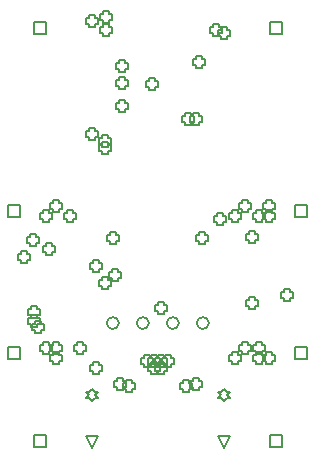
<source format=gbr>
G04*
G04 #@! TF.GenerationSoftware,Altium Limited,Altium Designer,24.1.2 (44)*
G04*
G04 Layer_Color=2752767*
%FSLAX25Y25*%
%MOIN*%
G70*
G04*
G04 #@! TF.SameCoordinates,EC497B79-CED4-4E58-A43C-F9202C23BEB1*
G04*
G04*
G04 #@! TF.FilePolarity,Positive*
G04*
G01*
G75*
%ADD10C,0.00500*%
%ADD62C,0.00667*%
D10*
X73150Y9437D02*
X71150Y13437D01*
X75150D01*
X73150Y9437D01*
X29213D02*
X27213Y13437D01*
X31213D01*
X29213Y9437D01*
Y25185D02*
X30213Y26185D01*
X31213D01*
X30213Y27185D01*
X31213Y28185D01*
X30213D01*
X29213Y29185D01*
X28213Y28185D01*
X27213D01*
X28213Y27185D01*
X27213Y26185D01*
X28213D01*
X29213Y25185D01*
X73150D02*
X74150Y26185D01*
X75150D01*
X74150Y27185D01*
X75150Y28185D01*
X74150D01*
X73150Y29185D01*
X72150Y28185D01*
X71150D01*
X72150Y27185D01*
X71150Y26185D01*
X72150D01*
X73150Y25185D01*
X97016Y39339D02*
Y43339D01*
X101016D01*
Y39339D01*
X97016D01*
X1347D02*
Y43339D01*
X5347D01*
Y39339D01*
X1347D01*
X97016Y86583D02*
Y90583D01*
X101016D01*
Y86583D01*
X97016D01*
X1347D02*
Y90583D01*
X5347D01*
Y86583D01*
X1347D01*
X9811Y147606D02*
Y151606D01*
X13811D01*
Y147606D01*
X9811D01*
X88551D02*
Y151606D01*
X92551D01*
Y147606D01*
X88551D01*
X9811Y9811D02*
Y13811D01*
X13811D01*
Y9811D01*
X9811D01*
X88551D02*
Y13811D01*
X92551D01*
Y9811D01*
X88551D01*
X28232Y150969D02*
Y149969D01*
X30232D01*
Y150969D01*
X31232D01*
Y152969D01*
X30232D01*
Y153969D01*
X28232D01*
Y152969D01*
X27232D01*
Y150969D01*
X28232D01*
X8449Y77740D02*
Y76740D01*
X10449D01*
Y77740D01*
X11449D01*
Y79740D01*
X10449D01*
Y80740D01*
X8449D01*
Y79740D01*
X7449D01*
Y77740D01*
X8449D01*
X13961Y74984D02*
Y73984D01*
X15961D01*
Y74984D01*
X16961D01*
Y76984D01*
X15961D01*
Y77984D01*
X13961D01*
Y76984D01*
X12961D01*
Y74984D01*
X13961D01*
X10417Y49000D02*
Y48000D01*
X12417D01*
Y49000D01*
X13417D01*
Y51000D01*
X12417D01*
Y52000D01*
X10417D01*
Y51000D01*
X9417D01*
Y49000D01*
X10417D01*
X62779Y118291D02*
Y117291D01*
X64780D01*
Y118291D01*
X65780D01*
Y120291D01*
X64780D01*
Y121291D01*
X62779D01*
Y120291D01*
X61779D01*
Y118291D01*
X62779D01*
X60417D02*
Y117291D01*
X62417D01*
Y118291D01*
X63417D01*
Y120291D01*
X62417D01*
Y121291D01*
X60417D01*
Y120291D01*
X59417D01*
Y118291D01*
X60417D01*
X32465Y108449D02*
Y107449D01*
X34465D01*
Y108449D01*
X35465D01*
Y110449D01*
X34465D01*
Y111449D01*
X32465D01*
Y110449D01*
X31465D01*
Y108449D01*
X32465D01*
Y110811D02*
Y109811D01*
X34465D01*
Y110811D01*
X35465D01*
Y112811D01*
X34465D01*
Y113811D01*
X32465D01*
Y112811D01*
X31465D01*
Y110811D01*
X32465D01*
X48409Y129905D02*
Y128905D01*
X50409D01*
Y129905D01*
X51409D01*
Y131905D01*
X50409D01*
Y132905D01*
X48409D01*
Y131905D01*
X47409D01*
Y129905D01*
X48409D01*
X69669Y147819D02*
Y146819D01*
X71669D01*
Y147819D01*
X72669D01*
Y149819D01*
X71669D01*
Y150819D01*
X69669D01*
Y149819D01*
X68669D01*
Y147819D01*
X69669D01*
X72130Y146933D02*
Y145933D01*
X74130D01*
Y146933D01*
X75130D01*
Y148933D01*
X74130D01*
Y149933D01*
X72130D01*
Y148933D01*
X71130D01*
Y146933D01*
X72130D01*
X32858Y152150D02*
Y151150D01*
X34858D01*
Y152150D01*
X35858D01*
Y154150D01*
X34858D01*
Y155150D01*
X32858D01*
Y154150D01*
X31858D01*
Y152150D01*
X32858D01*
X87287Y85910D02*
Y84910D01*
X89287D01*
Y85910D01*
X90287D01*
Y87910D01*
X89287D01*
Y88910D01*
X87287D01*
Y87910D01*
X86287D01*
Y85910D01*
X87287D01*
X76067D02*
Y84910D01*
X78067D01*
Y85910D01*
X79067D01*
Y87910D01*
X78067D01*
Y88910D01*
X76067D01*
Y87910D01*
X75067D01*
Y85910D01*
X76067D01*
X64945Y78527D02*
Y77527D01*
X66945D01*
Y78527D01*
X67945D01*
Y80527D01*
X66945D01*
Y81527D01*
X64945D01*
Y80527D01*
X63945D01*
Y78527D01*
X64945D01*
X35417Y78528D02*
Y77528D01*
X37417D01*
Y78528D01*
X38417D01*
Y80528D01*
X37417D01*
Y81528D01*
X35417D01*
Y80528D01*
X34417D01*
Y78528D01*
X35417D01*
X16421Y38666D02*
Y37666D01*
X18421D01*
Y38666D01*
X19421D01*
Y40666D01*
X18421D01*
Y41666D01*
X16421D01*
Y40666D01*
X15421D01*
Y38666D01*
X16421D01*
X13075Y42012D02*
Y41012D01*
X15075D01*
Y42012D01*
X16075D01*
Y44012D01*
X15075D01*
Y45012D01*
X13075D01*
Y44012D01*
X12075D01*
Y42012D01*
X13075D01*
X24295D02*
Y41012D01*
X26295D01*
Y42012D01*
X27295D01*
Y44012D01*
X26295D01*
Y45012D01*
X24295D01*
Y44012D01*
X23295D01*
Y42012D01*
X24295D01*
X76067Y38666D02*
Y37666D01*
X78067D01*
Y38666D01*
X79067D01*
Y40666D01*
X78067D01*
Y41666D01*
X76067D01*
Y40666D01*
X75067D01*
Y38666D01*
X76067D01*
X83941Y42012D02*
Y41012D01*
X85941D01*
Y42012D01*
X86941D01*
Y44012D01*
X85941D01*
Y45012D01*
X83941D01*
Y44012D01*
X82941D01*
Y42012D01*
X83941D01*
X62819Y29906D02*
Y28905D01*
X64819D01*
Y29906D01*
X65819D01*
Y31905D01*
X64819D01*
Y32906D01*
X62819D01*
Y31905D01*
X61819D01*
Y29906D01*
X62819D01*
X37544D02*
Y28905D01*
X39544D01*
Y29906D01*
X40544D01*
Y31905D01*
X39544D01*
Y32906D01*
X37544D01*
Y31905D01*
X36544D01*
Y29906D01*
X37544D01*
X51362Y55299D02*
Y54299D01*
X53362D01*
Y55299D01*
X54362D01*
Y57299D01*
X53362D01*
Y58299D01*
X51362D01*
Y57299D01*
X50362D01*
Y55299D01*
X51362D01*
X36008Y66323D02*
Y65323D01*
X38008D01*
Y66323D01*
X39008D01*
Y68323D01*
X38008D01*
Y69323D01*
X36008D01*
Y68323D01*
X35008D01*
Y66323D01*
X36008D01*
X32465Y63567D02*
Y62567D01*
X34465D01*
Y63567D01*
X35465D01*
Y65567D01*
X34465D01*
Y66567D01*
X32465D01*
Y65567D01*
X31465D01*
Y63567D01*
X32465D01*
X5693Y72228D02*
Y71228D01*
X7693D01*
Y72228D01*
X8693D01*
Y74228D01*
X7693D01*
Y75228D01*
X5693D01*
Y74228D01*
X4693D01*
Y72228D01*
X5693D01*
X71047Y84827D02*
Y83827D01*
X73047D01*
Y84827D01*
X74047D01*
Y86827D01*
X73047D01*
Y87827D01*
X71047D01*
Y86827D01*
X70047D01*
Y84827D01*
X71047D01*
X63961Y137189D02*
Y136189D01*
X65961D01*
Y137189D01*
X66961D01*
Y139189D01*
X65961D01*
Y140189D01*
X63961D01*
Y139189D01*
X62961D01*
Y137189D01*
X63961D01*
X32858Y147819D02*
Y146819D01*
X34858D01*
Y147819D01*
X35858D01*
Y149819D01*
X34858D01*
Y150819D01*
X32858D01*
Y149819D01*
X31858D01*
Y147819D01*
X32858D01*
X20949Y85910D02*
Y84910D01*
X22949D01*
Y85910D01*
X23949D01*
Y87910D01*
X22949D01*
Y88910D01*
X20949D01*
Y87910D01*
X19949D01*
Y85910D01*
X20949D01*
X16421Y89256D02*
Y88256D01*
X18421D01*
Y89256D01*
X19421D01*
Y91256D01*
X18421D01*
Y92256D01*
X16421D01*
Y91256D01*
X15421D01*
Y89256D01*
X16421D01*
X13075Y85911D02*
Y84911D01*
X15075D01*
Y85911D01*
X16075D01*
Y87911D01*
X15075D01*
Y88911D01*
X13075D01*
Y87911D01*
X12075D01*
Y85911D01*
X13075D01*
X28134Y113173D02*
Y112173D01*
X30134D01*
Y113173D01*
X31134D01*
Y115173D01*
X30134D01*
Y116173D01*
X28134D01*
Y115173D01*
X27134D01*
Y113173D01*
X28134D01*
X38370Y122622D02*
Y121622D01*
X40370D01*
Y122622D01*
X41370D01*
Y124622D01*
X40370D01*
Y125622D01*
X38370D01*
Y124622D01*
X37370D01*
Y122622D01*
X38370D01*
X8843Y50968D02*
Y49968D01*
X10842D01*
Y50968D01*
X11842D01*
Y52969D01*
X10842D01*
Y53969D01*
X8843D01*
Y52969D01*
X7842D01*
Y50968D01*
X8843D01*
Y53724D02*
Y52724D01*
X10842D01*
Y53724D01*
X11842D01*
Y55724D01*
X10842D01*
Y56724D01*
X8843D01*
Y55724D01*
X7842D01*
Y53724D01*
X8843D01*
X83941Y85910D02*
Y84910D01*
X85941D01*
Y85910D01*
X86941D01*
Y87910D01*
X85941D01*
Y88910D01*
X83941D01*
Y87910D01*
X82941D01*
Y85910D01*
X83941D01*
X81677Y78921D02*
Y77921D01*
X83677D01*
Y78921D01*
X84677D01*
Y80921D01*
X83677D01*
Y81921D01*
X81677D01*
Y80921D01*
X80677D01*
Y78921D01*
X81677D01*
Y56874D02*
Y55874D01*
X83677D01*
Y56874D01*
X84677D01*
Y58874D01*
X83677D01*
Y59874D01*
X81677D01*
Y58874D01*
X80677D01*
Y56874D01*
X81677D01*
X87287Y89255D02*
Y88255D01*
X89287D01*
Y89255D01*
X90287D01*
Y91255D01*
X89287D01*
Y92255D01*
X87287D01*
Y91255D01*
X86287D01*
Y89255D01*
X87287D01*
X93291Y59419D02*
Y58419D01*
X95291D01*
Y59419D01*
X96291D01*
Y61419D01*
X95291D01*
Y62419D01*
X93291D01*
Y61419D01*
X92291D01*
Y59419D01*
X93291D01*
X79413Y89256D02*
Y88256D01*
X81413D01*
Y89256D01*
X82413D01*
Y91256D01*
X81413D01*
Y92256D01*
X79413D01*
Y91256D01*
X78413D01*
Y89256D01*
X79413D01*
X29709Y69079D02*
Y68079D01*
X31709D01*
Y69079D01*
X32709D01*
Y71079D01*
X31709D01*
Y72079D01*
X29709D01*
Y71079D01*
X28709D01*
Y69079D01*
X29709D01*
Y35221D02*
Y34220D01*
X31709D01*
Y35221D01*
X32709D01*
Y37220D01*
X31709D01*
Y38221D01*
X29709D01*
Y37220D01*
X28709D01*
Y35221D01*
X29709D01*
X79413Y42012D02*
Y41012D01*
X81413D01*
Y42012D01*
X82413D01*
Y44012D01*
X81413D01*
Y45012D01*
X79413D01*
Y44012D01*
X78413D01*
Y42012D01*
X79413D01*
X87287Y38666D02*
Y37666D01*
X89287D01*
Y38666D01*
X90287D01*
Y40666D01*
X89287D01*
Y41666D01*
X87287D01*
Y40666D01*
X86287D01*
Y38666D01*
X87287D01*
X38370Y130102D02*
Y129102D01*
X40370D01*
Y130102D01*
X41370D01*
Y132102D01*
X40370D01*
Y133102D01*
X38370D01*
Y132102D01*
X37370D01*
Y130102D01*
X38370D01*
Y136008D02*
Y135008D01*
X40370D01*
Y136008D01*
X41370D01*
Y138008D01*
X40370D01*
Y139008D01*
X38370D01*
Y138008D01*
X37370D01*
Y136008D01*
X38370D01*
X16421Y42011D02*
Y41011D01*
X18421D01*
Y42011D01*
X19421D01*
Y44011D01*
X18421D01*
Y45011D01*
X16421D01*
Y44011D01*
X15421D01*
Y42011D01*
X16421D01*
X83941Y38667D02*
Y37667D01*
X85941D01*
Y38667D01*
X86941D01*
Y40667D01*
X85941D01*
Y41667D01*
X83941D01*
Y40667D01*
X82941D01*
Y38667D01*
X83941D01*
X53724Y37583D02*
Y36583D01*
X55724D01*
Y37583D01*
X56724D01*
Y39583D01*
X55724D01*
Y40583D01*
X53724D01*
Y39583D01*
X52724D01*
Y37583D01*
X53724D01*
X51362D02*
Y36583D01*
X53362D01*
Y37583D01*
X54362D01*
Y39583D01*
X53362D01*
Y40583D01*
X51362D01*
Y39583D01*
X50362D01*
Y37583D01*
X51362D01*
Y35221D02*
Y34220D01*
X53362D01*
Y35221D01*
X54362D01*
Y37220D01*
X53362D01*
Y38221D01*
X51362D01*
Y37220D01*
X50362D01*
Y35221D01*
X51362D01*
X46638Y37583D02*
Y36583D01*
X48638D01*
Y37583D01*
X49638D01*
Y39583D01*
X48638D01*
Y40583D01*
X46638D01*
Y39583D01*
X45638D01*
Y37583D01*
X46638D01*
X59670Y29295D02*
Y28295D01*
X61670D01*
Y29295D01*
X62670D01*
Y31295D01*
X61670D01*
Y32295D01*
X59670D01*
Y31295D01*
X58670D01*
Y29295D01*
X59670D01*
X40693D02*
Y28295D01*
X42693D01*
Y29295D01*
X43693D01*
Y31295D01*
X42693D01*
Y32295D01*
X40693D01*
Y31295D01*
X39693D01*
Y29295D01*
X40693D01*
X49000Y37583D02*
Y36583D01*
X51000D01*
Y37583D01*
X52000D01*
Y39583D01*
X51000D01*
Y40583D01*
X49000D01*
Y39583D01*
X48000D01*
Y37583D01*
X49000D01*
Y35221D02*
Y34220D01*
X51000D01*
Y35221D01*
X52000D01*
Y37220D01*
X51000D01*
Y38221D01*
X49000D01*
Y37220D01*
X48000D01*
Y35221D01*
X49000D01*
D62*
X68181Y51181D02*
G03*
X68181Y51181I-2000J0D01*
G01*
X58181D02*
G03*
X58181Y51181I-2000J0D01*
G01*
X48181D02*
G03*
X48181Y51181I-2000J0D01*
G01*
X38181D02*
G03*
X38181Y51181I-2000J0D01*
G01*
M02*

</source>
